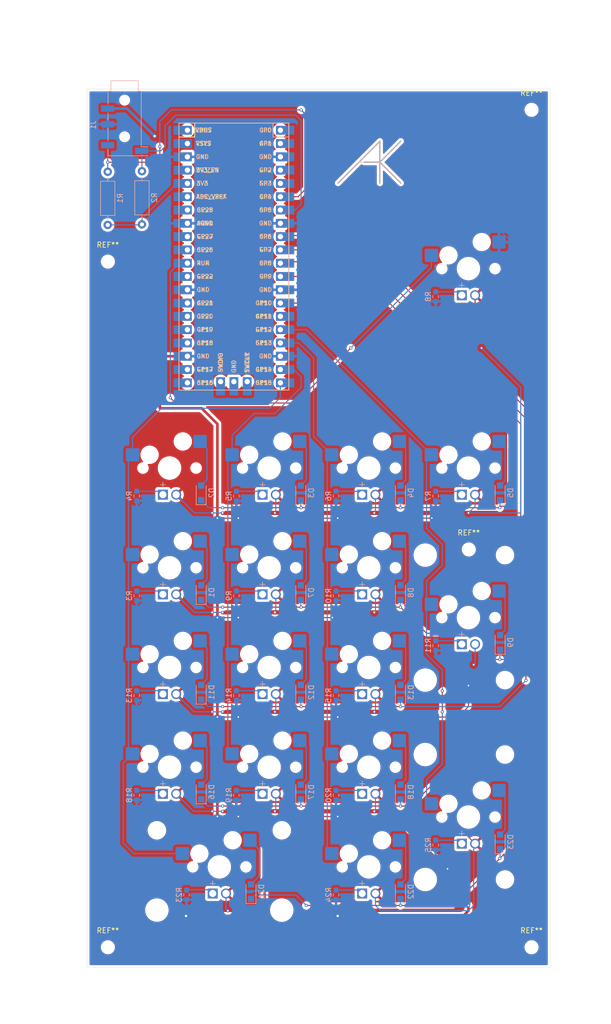
<source format=kicad_pcb>
(kicad_pcb (version 20240108) (generator "pcbnew") (generator_version "8.0")
  (layers (0 "F.Cu" mixed) (31 "B.Cu" mixed) (34 "B.Paste" user) (35 "F.Paste" user) (36 "B.SilkS" user "B.Silkscreen") (37 "F.SilkS" user "F.Silkscreen") (38 "B.Mask" user) (39 "F.Mask" user) (44 "Edge.Cuts" user))
  (net 0 "")
  (net 1 "Net-(D1-A)")
  (net 2 "Row2")
  (net 3 "Row1")
  (net 4 "Net-(LED1-K)")
  (net 5 "Net-(D2-A)")
  (net 6 "Net-(D3-A)")
  (net 7 "Net-(D4-A)")
  (net 8 "Net-(D5-A)")
  (net 9 "Net-(D7-A)")
  (net 11 "Net-(LED6-K)")
  (net 14 "Net-(D8-A)")
  (net 15 "Net-(D9-A)")
  (net 17 "Net-(D11-A)")
  (net 19 "Row3")
  (net 24 "Net-(D12-A)")
  (net 25 "Net-(D13-A)")
  (net 26 "Net-(D16-A)")
  (net 28 "Row4")
  (net 29 "Net-(D17-A)")
  (net 30 "Net-(D18-A)")
  (net 31 "Row5")
  (net 32 "Net-(D21-A)")
  (net 34 "Net-(D22-A)")
  (net 35 "Net-(D23-A)")
  (net 37 "Net-(U1-GPIO5)")
  (net 41 "+5V")
  (net 44 "Net-(LED2-K)")
  (net 45 "Net-(LED3-K)")
  (net 46 "Net-(LED4-K)")
  (net 48 "Net-(LED5-K)")
  (net 50 "Net-(LED7-K)")
  (net 52 "Net-(LED8-K)")
  (net 53 "Net-(LED9-K)")
  (net 54 "Net-(LED11-K)")
  (net 55 "Net-(LED12-K)")
  (net 56 "Net-(LED13-K)")
  (net 57 "Net-(LED16-K)")
  (net 58 "Net-(LED17-K)")
  (net 59 "Net-(LED18-K)")
  (net 60 "Net-(LED21-K)")
  (net 61 "Net-(LED22-K)")
  (net 62 "Net-(LED23-K)")
  (net 63 "Net-(U1-3V3)")
  (net 64 "Net-(U1-GPIO4)")
  (net 65 "GND")
  (net 67 "Net-(U1-RUN)")
  (net 68 "Collumn1")
  (net 69 "Collumn2")
  (net 70 "Collumn3")
  (net 71 "Collumn4")
  (footprint "MX V2 MX Hotswap:MX-Hotswap-1U" (layer "F.Cu") (at 86.8 127.075)
    (property "Reference" "S7")
    (property "Value" "7")
  )
  (footprint "MX V2 MX Hotswap:MX-Hotswap-2U-Vertical" (layer "F.Cu") (at 143.95 136.6)
    (property "Reference" "S10")
    (property "Value" "+")
  )
  (footprint "MX V2 MX Hotswap:MX-Hotswap-1U" (layer "F.Cu") (at 124.9 184.225)
    (property "Reference" "S23")
    (property "Value" ".")
  )
  (footprint "MX V2 MX Hotswap:MX-Hotswap-1U" (layer "F.Cu") (at 124.9 146.125)
    (property "Reference" "S14")
    (property "Value" "6")
  )
  (footprint "MX V2 Misc:MX-LED-PolarityMarked" (layer "F.Cu") (at 86.8 146.125)
    (property "Reference" "LED11")
    (property "Value" "LED")
  )
  (footprint "MX V2 Misc:MX-LED-PolarityMarked" (layer "F.Cu") (at 143.95 69.925)
    (property "Reference" "LED6")
    (property "Value" "LED")
  )
  (footprint "MX V2 Misc:MX-LED-PolarityMarked" (layer "F.Cu") (at 143.95 136.6)
    (property "Reference" "LED9")
    (property "Value" "LED")
  )
  (footprint "MX V2 MX Hotswap:MX-Hotswap-1U" (layer "F.Cu") (at 105.85 108.025)
    (property "Reference" "S3")
    (property "Value" "/")
  )
  (footprint "MX V2 Misc:MX-LED-PolarityMarked" (layer "F.Cu") (at 124.9 108.025)
    (property "Reference" "LED4")
    (property "Value" "LED")
  )
  (footprint "MX V2 MX Hotswap:MX-Hotswap-2U" (layer "F.Cu") (at 96.325 184.225)
    (property "Reference" "S22")
    (property "Value" "0")
  )
  (footprint "MX V2 MX Hotswap:MX-Hotswap-1U" (layer "F.Cu") (at 86.8 108.025)
    (property "Reference" "S2")
    (property "Value" "NUM_LOCK")
  )
  (footprint "MountingHole:MountingHole_2.2mm_M2" (layer "F.Cu") (at 156.015 199.585)
    (property "Reference" "REF**")
    (property "Value" "MountingHole_2.2mm_M2")
  )
  (footprint "MX V2 MX Hotswap:MX-Hotswap-1U" (layer "F.Cu") (at 143.95 108.025)
    (property "Reference" "S5")
    (property "Value" "-")
  )
  (footprint "MX V2 MX Hotswap:MX-Hotswap-1U" (layer "F.Cu") (at 105.85 127.075)
    (property "Reference" "S8")
    (property "Value" "8")
  )
  (footprint "MX V2 MX Hotswap:MX-Hotswap-1U" (layer "F.Cu") (at 143.95 69.925)
    (property "Reference" "S1")
    (property "Value" "RESET")
  )
  (footprint "MX V2 MX Hotswap:MX-Hotswap-1U" (layer "F.Cu") (at 105.85 165.175)
    (property "Reference" "S18")
    (property "Value" "2")
  )
  (footprint "MountingHole:MountingHole_2.2mm_M2" (layer "F.Cu") (at 75.015 68.585)
    (property "Reference" "REF**")
    (property "Value" "MountingHole_2.2mm_M2")
  )
  (footprint "MX V2 Misc:MX-LED-PolarityMarked" (layer "F.Cu") (at 105.85 127.075)
    (property "Reference" "LED7")
    (property "Value" "LED")
  )
  (footprint "MX V2 Misc:MX-LED-PolarityMarked" (layer "F.Cu") (at 105.85 165.175)
    (property "Reference" "LED17")
    (property "Value" "LED")
  )
  (footprint "MX V2 MX Hotswap:MX-Hotswap-1U" (layer "F.Cu") (at 124.9 165.175)
    (property "Reference" "S19")
    (property "Value" "3")
  )
  (footprint "MX V2 Misc:MX-LED-PolarityMarked" (layer "F.Cu") (at 143.95 108.025)
    (property "Reference" "LED5")
    (property "Value" "LED")
  )
  (footprint "MX V2 Misc:MX-LED-PolarityMarked" (layer "F.Cu") (at 105.85 108.025)
    (property "Reference" "LED3")
    (property "Value" "LED")
  )
  (footprint "MX V2 Misc:MX-LED-PolarityMarked" (layer "F.Cu") (at 105.85 146.125)
    (property "Reference" "LED12")
    (property "Value" "LED")
  )
  (footprint "MountingHole:MountingHole_2.2mm_M2" (layer "F.Cu") (at 75.015 199.585)
    (property "Reference" "REF**")
    (property "Value" "MountingHole_2.2mm_M2")
  )
  (footprint "MX V2 Misc:MX-LED-PolarityMarked" (layer "F.Cu") (at 86.8 127.075)
    (property "Reference" "LED1")
    (property "Value" "LED")
  )
  (footprint "MountingHole:MountingHole_2.2mm_M2" (layer "F.Cu") (at 144.015 123.585)
    (property "Reference" "REF**")
    (property "Value" "MountingHole_2.2mm_M2")
  )
  (footprint "MX V2 Misc:MX-LED-PolarityMarked" (layer "F.Cu") (at 124.9 127.075)
    (property "Reference" "LED8")
    (property "Value" "LED")
  )
  (footprint "MX V2 MX Hotswap:MX-Hotswap-2U-Vertical" (layer "F.Cu") (at 143.95 174.7)
    (property "Reference" "S24")
    (property "Value" "ENTER")
  )
  (footprint "MX V2 Misc:MX-LED-PolarityMarked" (layer "F.Cu") (at 86.8 108.025)
    (property "Reference" "LED2")
    (property "Value" "LED")
  )
  (footprint "MX V2 MX Hotswap:MX-Hotswap-1U" (layer "F.Cu") (at 86.8 165.175)
    (property "Reference" "S17")
    (property "Value" "1")
  )
  (footprint "MX V2 Misc:MX-LED-PolarityMarked" (layer "F.Cu") (at 86.8 165.175)
    (property "Reference" "LED16")
    (property "Value" "LED")
  )
  (footprint "MX V2 Misc:MX-LED-PolarityMarked" (layer "F.Cu") (at 124.9 165.175)
    (property "Reference" "LED18")
    (property "Value" "LED")
  )
  (footprint "MX V2 MX Hotswap:MX-Hotswap-1U" (layer "F.Cu") (at 86.8 146.125)
    (property "Reference" "S12")
    (property "Value" "4")
  )
  (footprint "MX V2 Misc:MX-LED-PolarityMarked" (layer "F.Cu") (at 124.9 184.225)
    (property "Reference" "LED22")
    (property "Value" "LED")
  )
  (footprint "MX V2 MX Hotswap:MX-Hotswap-1U" (layer "F.Cu") (at 124.9 127.075)
    (property "Reference" "S9")
    (property "Value" "9")
  )
  (footprint "MX V2 MX Hotswap:MX-Hotswap-1U" (layer "F.Cu") (at 105.85 146.125)
    (property "Reference" "S13")
    (property "Value" "5")
  )
  (footprint "MountingHole:MountingHole_2.2mm_M2" (layer "F.Cu") (at 156.015 39.585)
    (property "Reference" "REF**")
    (property "Value" "MountingHole_2.2mm_M2")
  )
  (footprint "MX V2 MX Hotswap:MX-Hotswap-1U" (layer "F.Cu") (at 124.9 108.025)
    (property "Reference" "S4")
    (property "Value" "*")
  )
  (footprint "MX V2 Misc:MX-LED-PolarityMarked" (layer "F.Cu") (at 143.95 174.7)
    (property "Reference" "LED23")
    (property "Value" "LED")
  )
  (footprint "MX V2 Misc:MX-LED-PolarityMarked" (layer "F.Cu") (at 96.325 184.225)
    (property "Reference" "LED21")
    (property "Value" "LED")
  )
  (footprint "MX V2 Misc:MX-LED-PolarityMarked" (layer "F.Cu") (at 124.9 146.125)
    (property "Reference" "LED13")
    (property "Value" "LED")
  )
  (footprint "Diode_SMD:Nexperia_CFP3_SOD-123W" (layer "B.Cu") (at 111.9 150.865 90)
    (property "Reference" "D12")
    (property "Value" "Diode")
  )
  (footprint "Diode_SMD:Nexperia_CFP3_SOD-123W" (layer "B.Cu") (at 102.375 188.965 90)
    (property "Reference" "D21")
    (property "Value" "Diode")
  )
  (footprint "Resistor_SMD:R_0603_1608Metric_Pad0.98x0.95mm_HandSolder" (layer "B.Cu") (at 80.53 132.425 -90)
    (property "Reference" "R3")
    (property "Value" "R")
  )
  (footprint "Diode_SMD:Nexperia_CFP3_SOD-123W" (layer "B.Cu") (at 92.85 169.915 90)
    (property "Reference" "D16")
    (property "Value" "Diode")
  )
  (footprint "Resistor_THT:R_Axial_DIN0207_L6.3mm_D2.5mm_P10.16mm_Horizontal" (layer "B.Cu") (at 81.525 61.475 90)
    (property "Reference" "R2")
    (property "Value" "R2K")
  )
  (footprint "Diode_SMD:Nexperia_CFP3_SOD-123W" (layer "B.Cu") (at 130.95 112.765 90)
    (property "Reference" "D4")
    (property "Value" "Diode")
  )
  (footprint "Resistor_SMD:R_0603_1608Metric_Pad0.98x0.95mm_HandSolder" (layer "B.Cu") (at 80.53 170.525 -90)
    (property "Reference" "R18")
    (property "Value" "R")
  )
  (footprint "Diode_SMD:Nexperia_CFP3_SOD-123W" (layer "B.Cu") (at 92.85 131.815 90)
    (property "Reference" "D1")
    (property "Value" "Diode")
  )
  (footprint "Resistor_SMD:R_0603_1608Metric_Pad0.98x0.95mm_HandSolder" (layer "B.Cu") (at 137.68 141.95 -90)
    (property "Reference" "R11")
    (property "Value" "R")
  )
  (footprint "Resistor_SMD:R_0603_1608Metric_Pad0.98x0.95mm_HandSolder" (layer "B.Cu") (at 118.63 113.375 -90)
    (property "Reference" "R6")
    (property "Value" "R")
  )
  (footprint "Diode_SMD:Nexperia_CFP3_SOD-123W" (layer "B.Cu") (at 150 141.34 90)
    (property "Reference" "D9")
    (property "Value" "Diode")
  )
  (footprint "Diode_SMD:Nexperia_CFP3_SOD-123W" (layer "B.Cu") (at 92.85 150.865 90)
    (property "Reference" "D11")
    (property "Value" "Diode")
  )
  (footprint "Diode_SMD:Nexperia_CFP3_SOD-123W" (layer "B.Cu") (at 111.9 131.815 90)
    (property "Reference" "D7")
    (property "Value" "Diode")
  )
  (footprint "Resistor_SMD:R_0603_1608Metric_Pad0.98x0.95mm_HandSolder" (layer "B.Cu") (at 99.58 170.525 -90)
    (property "Reference" "R19")
    (property "Value" "R")
  )
  (footprint "Resistor_SMD:R_0603_1608Metric_Pad0.98x0.95mm_HandSolder" (layer "B.Cu") (at 99.58 132.425 -90)
    (property "Reference" "R9")
    (property "Value" "R")
  )
  (footprint "Resistor_SMD:R_0603_1608Metric_Pad0.98x0.95mm_HandSolder" (layer "B.Cu") (at 90.055 189.575 -90)
    (property "Reference" "R23")
    (property "Value" "R")
  )
  (footprint "Diode_SMD:Nexperia_CFP3_SOD-123W" (layer "B.Cu") (at 92.85 112.765 90)
    (property "Reference" "D2")
    (property "Value" "Diode")
  )
  (footprint "Resistor_SMD:R_0603_1608Metric_Pad0.98x0.95mm_HandSolder" (layer "B.Cu") (at 118.63 189.575 -90)
    (property "Reference" "R24")
    (property "Value" "R")
  )
  (footprint "Diode_SMD:Nexperia_CFP3_SOD-123W" (layer "B.Cu") (at 130.95 169.915 90)
    (property "Reference" "D18")
    (property "Value" "Diode")
  )
  (footprint "Resistor_SMD:R_0603_1608Metric_Pad0.98x0.95mm_HandSolder" (layer "B.Cu") (at 118.63 170.525 -90)
    (property "Reference" "R20")
    (property "Value" "R")
  )
  (footprint "Diode_SMD:Nexperia_CFP3_SOD-123W" (layer "B.Cu") (at 150 179.44 90)
    (property "Reference" "D23")
    (property "Value" "Diode")
  )
  (footprint "Resistor_SMD:R_0603_1608Metric_Pad0.98x0.95mm_HandSolder" (layer "B.Cu") (at 118.63 132.425 -90)
    (property "Reference" "R10")
    (property "Value" "R")
  )
  (footprint "ScottoKeebs_MCU:Raspberry_Pi_Pico" (layer "B.Cu") (at 99.105 67.615 180)
    (property "Reference" "U1" (hide yes))
    (property "Value" "Raspberry_Pi_Pico" (hide yes))
  )
  (footprint "Diode_SMD:Nexperia_CFP3_SOD-123W" (layer "B.Cu") (at 130.95 188.965 90)
    (property "Reference" "D22")
    (property "Value" "Diode")
  )
  (footprint "Diode_SMD:Nexperia_CFP3_SOD-123W" (layer "B.Cu") (at 111.9 169.915 90)
    (property "Reference" "D17")
    (property "Value" "Diode")
  )
  (footprint "Diode_SMD:Nexperia_CFP3_SOD-123W" (layer "B.Cu") (at 130.95 131.815 90)
    (property "Reference" "D8")
    (property "Value" "Diode")
  )
  (footprint "Resistor_SMD:R_0603_1608Metric_Pad0.98x0.95mm_HandSolder" (layer "B.Cu") (at 137.68 180.05 -90)
    (property "Reference" "R25")
    (property "Value" "R")
  )
  (footprint "Resistor_SMD:R_0603_1608Metric_Pad0.98x0.95mm_HandSolder" (layer "B.Cu") (at 137.68 113.375 -90)
    (property "Reference" "R7")
    (property "Value" "R")
  )
  (footprint "Resistor_SMD:R_0603_1608Metric_Pad0.98x0.95mm_HandSolder" (layer "B.Cu") (at 80.53 151.475 -90)
    (property "Reference" "R13")
    (property "Value" "R")
  )
  (footprint "Diode_SMD:Nexperia_CFP3_SOD-123W" (layer "B.Cu") (at 111.9 112.765 90)
    (property "Reference" "D3")
    (property "Value" "Diode")
  )
  (footprint "Diode_SMD:Nexperia_CFP3_SOD-123W" (layer "B.Cu") (at 150 112.765 90)
    (property "Reference" "D5")
    (property "Value" "Diode")
  )
  (footprint "Diode_SMD:Nexperia_CFP3_SOD-123W" (layer "B.Cu") (at 130.95 150.865 90)
    (property "Reference" "D13")
    (property "Value" "Diode")
  )
  (footprint "Resistor_SMD:R_0603_1608Metric_Pad0.98x0.95mm_HandSolder" (layer "B.Cu") (at 80.53 113.375 -90)
    (property "Reference" "R4")
    (property "Value" "R")
  )
  (footprint "Resistor_SMD:R_0603_1608Metric_Pad0.98x0.95mm_HandSolder" (layer "B.Cu") (at 137.68 75.275 -90)
    (property "Reference" "R8")
    (property "Value" "R")
  )
  (footprint "Resistor_SMD:R_0603_1608Metric_Pad0.98x0.95mm_HandSolder" (layer "B.Cu") (at 99.58 113.375 -90)
    (property "Reference" "R5")
    (property "Value" "R")
  )
  (footprint "Connector_Audio:Jack_3.5mm_KoreanHropartsElec_PJ-320D-4A_Horizontal" (layer "B.Cu") (at 78.215 42.485 -90)
    (property "Reference" "J1")
    (property "Value" "AudioJack3_Ground")
  )
  (footprint "Resistor_SMD:R_0603_1608Metric_Pad0.98x0.95mm_HandSolder" (layer "B.Cu") (at 99.58 151.475 -90)
    (property "Reference" "R14")
    (property "Value" "R")
  )
  (footprint "Resistor_SMD:R_0603_1608Metric_Pad0.98x0.95mm_HandSolder" (layer "B.Cu") (at 118.63 151.475 -90)
    (property "Reference" "R15")
    (property "Value" "R")
  )
  (footprint "Resistor_THT:R_Axial_DIN0207_L6.3mm_D2.5mm_P10.16mm_Horizontal" (layer "B.Cu") (at 74.985 61.575 90)
    (property "Reference" "R1")
    (property "Value" "R2K")
  )
  (gr_line (start 119.015 53.585) (end 127.015 45.585) (stroke (width 0.1)) (layer "B.SilkS"))
  (gr_line (start 123.015 49.585) (end 127.015 49.585) (stroke (width 0.1)) (layer "B.SilkS"))
  (gr_line (start 131.015 53.585) (end 127.015 49.585) (stroke (width 0.1)) (layer "B.SilkS"))
  (gr_line (start 127.015 45.585) (end 127.015 53.585) (stroke (width 0.1)) (layer "B.SilkS"))
  (gr_line (start 131.015 45.585) (end 127.015 49.585) (stroke (width 0.1)) (layer "B.SilkS"))
  (gr_line (start 131.015 45.585) (end 127.015 49.585) (stroke (width 0.1)) (layer "F.SilkS"))
  (gr_line (start 127.015 49.585) (end 123.015 49.585) (stroke (width 0.1)) (layer "F.SilkS"))
  (gr_line (start 131.015 53.585) (end 127.015 49.585) (stroke (width 0.1)) (layer "F.SilkS"))
  (gr_line (start 119.015 53.585) (end 127.015 45.585) (stroke (width 0.1)) (layer "F.SilkS"))
  (gr_line (start 127.015 45.585) (end 127.015 53.585) (stroke (width 0.1)) (layer "F.SilkS"))
  (gr_rect (start 71.015 35.585) (end 159.615 203.485) (stroke (width 0.05)) (fill none) (layer "Edge.Cuts"))
  (segment (start 127.015 45.585) (end 119.015 53.585) (width 0.2) (layer "F.Cu") (net 0))
  (segment (start 127.015 46.585) (end 127.015 45.585) (width 0.2) (layer "F.Cu") (net 0))
  (segment (start 127.015 49.585) (end 124.015 49.585) (width 0.2) (layer "F.Cu") (net 0))
  (segment (start 127.015 50.585) (end 127.015 49.585) (width 0.2) (layer "F.Cu") (net 0))
  (segment (start 127.015 49.585) (end 127.015 47.585) (width 0.2) (layer "F.Cu") (net 0))
  (segment (start 127.015 53.585) (end 127.015 50.585) (width 0.2) (layer "F.Cu") (net 0))
  (segment (start 127.015 49.585) (end 131.015 45.585) (width 0.2) (layer "F.Cu") (net 0))
  (segment (start 127.015 47.585) (end 127.015 46.585) (width 0.2) (layer "F.Cu") (net 0))
  (segment (start 127.015 49.585) (end 131.015 53.585) (width 0.2) (layer "F.Cu") (net 0))
  (segment (start 119.015 53.585) (end 127.015 45.585) (width 0.2) (layer "B.Cu") (net 0))
  (segment (start 130.015 46.585) (end 131.015 45.585) (width 0.2) (layer "B.Cu") (net 0))
  (segment (start 127.015 49.585) (end 130.015 46.585) (width 0.2) (layer "B.Cu") (net 0))
  (segment (start 127.015 49.585) (end 124.015 49.585) (width 0.2) (layer "B.Cu") (net 0))
  (segment (start 127.015 49.585) (end 131.015 53.585) (width 0.2) (layer "B.Cu") (net 0))
  (segment (start 127.015 45.585) (end 127.015 53.585) (width 0.2) (layer "B.Cu") (net 0))
  (segment (start 92.85 130.415) (end 93.95 129.315) (width 0.2) (layer "B.Cu") (net 1))
  (segment (start 93.95 129.315) (end 93.95 123.303) (width 0.2) (layer "B.Cu") (net 1))
  (segment (start 93.95 123.303) (end 92.642 121.995) (width 0.2) (layer "B.Cu") (net 1))
  (segment (start 130.95 134.6) (end 135.95 139.6) (width 0.2) (layer "F.Cu") (net 2))
  (segment (start 111.95 134.6) (end 130.95 134.6) (width 0.2) (layer "F.Cu") (net 2))
  (segment (start 96.95 134.6) (end 111.95 134.6) (width 0.2) (layer "F.Cu") (net 2))
  (segment (start 149.95 144.6) (end 150.95 144.6) (width 0.2) (layer "F.Cu") (net 2))
  (segment (start 125.775 71.425) (end 107.995 71.425) (width 0.2) (layer "F.Cu") (net 2))
  (segment (start 153.95 99.6) (end 125.775 71.425) (width 0.2) (layer "F.Cu") (net 2))
  (segment (start 147.95 144.6) (end 149.95 144.6) (width 0.2) (layer "F.Cu") (net 2))
  (segment (start 135.95 139.6) (end 145.95 139.6) (width 0.2) (layer "F.Cu") (net 2))
  (segment (start 153.95 141.6) (end 153.95 99.6) (width 0.2) (layer "F.Cu") (net 2))
  (segment (start 145.95 139.6) (end 146.95 140.6) (width 0.2) (layer "F.Cu") (net 2))
  (segment (start 146.95 143.6) (end 147.95 144.6) (width 0.2) (layer "F.Cu") (net 2))
  (segment (start 146.95 140.6) (end 146.95 143.6) (width 0.2) (layer "F.Cu") (net 2))
  (segment (start 150.95 144.6) (end 153.95 141.6) (width 0.2) (layer "F.Cu") (net 2))
  (via (at 111.95 134.6) (size 0.6) (drill 0.3) (layers "F.Cu" "B.Cu") (net 2))
  (via (at 130.95 134.6) (size 0.6) (drill 0.3) (layers "F.Cu" "B.Cu") (net 2))
  (via (at 96.95 134.6) (size 0.6) (drill 0.3) (layers "F.Cu" "B.Cu") (net 2))
  (via (at 149.95 144.6) (size 0.6) (drill 0.3) (layers "F.Cu" "B.Cu") (net 2))
  (segment (start 111.9 134.55) (end 111.95 134.6) (width 0.2) (layer "B.Cu") (net 2))
  (segment (start 150 142.74) (end 150 142.65) (width 0.2) (layer "B.Cu") (net 2))
  (segment (start 94.235 134.6) (end 92.85 133.215) (width 0.2) (layer "B.Cu") (net 2))
  (segment (start 111.9 133.215) (end 111.9 134.55) (width 0.2) (layer "B.Cu") (net 2))
  (segment (start 96.95 134.6) (end 94.235 134.6) (width 0.2) (layer "B.Cu") (net 2))
  (segment (start 130.95 133.215) (end 130.95 134.6) (width 0.2) (layer "B.Cu") (net 2))
  (segment (start 149.95 142.6) (end 149.95 144.6) (width 0.2) (layer "B.Cu") (net 2))
  (segment (start 150 142.65) (end 149.95 142.6) (width 0.2) (layer "B.Cu") (net 2))
  (segment (start 130.95 115.6) (end 149.95 115.6) (width 0.2) (layer "F.Cu") (net 3))
  (segment (start 96.95 115.6) (end 111.95 115.6) (width 0.2) (layer "F.Cu") (net 3))
  (segment (start 151.95 114.6) (end 151.95 99.6) (width 0.2) (layer "F.Cu") (net 3))
  (segment (start 151.95 99.6) (end 128.855 76.505) (width 0.2) (layer "F.Cu") (net 3))
  (segment (start 151.2309 115.3191) (end 151.95 114.6) (width 0.2) (layer "F.Cu") (net 3))
  (segment (start 111.95 115.6) (end 130.95 115.6) (width 0.2) (layer "F.Cu") (net 3))
  (segment (start 128.855 76.505) (end 107.995 76.505) (width 0.2) (layer "F.Cu") (net 3))
  (segment (start 150.2309 115.3191) (end 151.2309 115.3191) (width 0.2) (layer "F.Cu") (net 3))
  (segment (start 149.95 115.6) (end 150.2309 115.3191) (width 0.2) (layer "F.Cu") (net 3))
  (via (at 96.95 115.6) (size 0.6) (drill 0.3) (layers "F.Cu" "B.Cu") (net 3))
  (via (at 149.95 115.6) (size 0.6) (drill 0.3) (layers "F.Cu" "B.Cu") (net 3))
  (via (at 130.95 115.6) (size 0.6) (drill 0.3) (layers "F.Cu" "B.Cu") (net 3))
  (via (at 111.95 115.6) (size 0.6) (drill 0.3) (layers "F.Cu" "B.Cu") (net 3))
  (segment (start 150 115.55) (end 149.95 115.6) (width 0.2) (layer "B.Cu") (net 3))
  (segment (start 94.285 115.6) (end 92.85 114.165) (width 0.2) (layer "B.Cu") (net 3))
  (segment (start 150 114.165) (end 150 115.55) (width 0.2) (layer "B.Cu") (net 3))
  (segment (start 96.95 115.6) (end 94.285 115.6) (width 0.2) (layer "B.Cu") (net 3))
  (segment (start 111.9 114.165) (end 111.9 115.55) (width 0.2) (layer "B.Cu") (net 3))
  (segment (start 130.95 114.165) (end 130.95 115.6) (width 0.2) (layer "B.Cu") (net 3))
  (segment (start 111.9 115.55) (end 111.95 115.6) (width 0.2) (layer "B.Cu") (net 3))
  (segment (start 84.8875 131.5125) (end 85.53 132.155) (width 0.2) (layer "B.Cu") (net 4))
  (segment (start 80.53 131.5125) (end 84.8875 131.5125) (width 0.2) (layer "B.Cu") (net 4))
  (segment (start 93.95 104.253) (end 92.642 102.945) (width 0.2) (layer "B.Cu") (net 5))
  (segment (start 92.85 111.365) (end 93.95 110.265) (width 0.2) (layer "B.Cu") (net 5))
  (segment (start 93.95 110.265) (end 93.95 104.253) (width 0.2) (layer "B.Cu") (net 5))
  (segment (start 111.9 111.365) (end 112.95 110.315) (width 0.2) (layer "B.Cu") (net 6))
  (segment (start 112.95 110.315) (end 112.95 104.203) (width 0.2) (layer "B.Cu") (net 6))
  (segment (start 112.95 104.203) (end 111.692 102.945) (width 0.2) (layer "B.Cu") (net 6))
  (segment (start 131.95 110.365) (end 131.95 104.153) (width 0.2) (layer "B.Cu") (net 7))
  (segment (start 131.95 104.153) (end 130.742 102.945) (width 0.2) (layer "B.Cu") (net 7))
  (segment (start 130.95 111.365) (end 131.95 110.365) (width 0.2) (layer "B.Cu") (net 7))
  (segment (start 150.95 104.103) (end 149.792 102.945) (width 0.2) (layer "B.Cu") (net 8))
  (segment (start 150 111.365) (end 150.95 110.415) (width 0.2) (layer "B.Cu") (net 8))
  (segment (start 150.95 110.415) (end 150.95 104.103) (width 0.2) (layer "B.Cu") (net 8))
  (segment (start 112.95 123.253) (end 111.692 121.995) (width 0.2) (layer "B.Cu") (net 9))
  (segment (start 111.9 130.415) (end 112.95 129.365) (width 0.2) (layer "B.Cu") (net 9))
  (segment (start 112.95 129.365) (end 112.95 123.253) (width 0.2) (layer "B.Cu") (net 9))
  (segment (start 142.0375 74.3625) (end 142.68 75.005) (width 0.2) (layer "B.Cu") (net 11))
  (segment (start 137.68 74.3625) (end 142.0375 74.3625) (width 0.2) (layer "B.Cu") (net 11))
  (segment (start 131.95 129.415) (end 131.95 123.203) (width 0.2) (layer "B.Cu") (net 14))
  (segment (start 131.95 123.203) (end 130.742 121.995) (width 0.2) (layer "B.Cu") (net 14))
  (segment (start 130.95 130.415) (end 131.95 129.415) (width 0.2) (layer "B.Cu") (net 14))
  (segment (start 150.95 138.99) (end 150.95 132.678) (width 0.2) (layer "B.Cu") (net 15))
  (segment (start 150.95 132.678) (end 149.792 131.52) (width 0.2) (layer "B.Cu") (net 15))
  (segment (start 150 139.94) (end 150.95 138.99) (width 0.2) (layer "B.Cu") (net 15))
  (segment (start 92.85 149.465) (end 93.95 148.365) (width 0.2) (layer "B.Cu") (net 17))
  (segment (start 93.95 148.365) (end 93.95 142.353) (width 0.2) (layer "B.Cu") (net 17))
  (segment (start 93.95 142.353) (end 92.642 141.045) (width 0.2) (layer "B.Cu") (net 17))
  (segment (start 124.95 68.6) (end 108.28 68.6) (width 0.2) (layer "F.Cu") (net 19))
  (segment (start 154.95 98.6) (end 124.95 68.6) (width 0.2) (layer "F.Cu") (net 19))
  (segment (start 96.95 153.6) (end 111.95 153.6) (width 0.2) (layer "F.Cu") (net 19))
  (segment (start 154.95 148.6) (end 154.95 98.6) (width 0.2) (layer "F.Cu") (net 19))
  (segment (start 111.95 153.6) (end 130.95 153.6) (width 0.2) (layer "F.Cu") (net 19))
  (segment (start 108.28 68.6) (end 107.995 68.885) (width 0.2) (layer "F.Cu") (net 19))
  (via (at 96.95 153.6) (size 0.6) (drill 0.3) (layers "F.Cu" "B.Cu") (net 19))
  (via (at 130.95 153.6) (size 0.6) (drill 0.3) (layers "F.Cu" "B.Cu") (net 19))
  (via (at 154.95 148.6) (size 0.6) (drill 0.3) (layers "F.Cu" "B.Cu") (net 19))
  (via (at 111.95 153.6) (size 0.6) (drill 0.3) (layers "F.Cu" "B.Cu") (net 19))
  (segment (start 149.95 153.6) (end 154.95 148.6) (width 0.2) (layer "B.Cu") (net 19))
  (segment (start 130.95 152.265) (end 130.95 153.6) (width 0.2) (layer "B.Cu") (net 19))
  (segment (start 130.95 153.6) (end 149.95 153.6) (width 0.2) (layer "B.Cu") (net 19))
  (segment (start 111.9 152.265) (end 111.9 153.55) (width 0.2) (layer "B.Cu") (net 19))
  (segment (start 96.95 153.6) (end 94.185 153.6) (width 0.2) (layer "B.Cu") (net 19))
  (segment (start 111.9 153.55) (end 111.95 153.6) (width 0.2) (layer "B.Cu") (net 19))
  (segment (start 94.185 153.6) (end 92.85 152.265) (width 0.2) (layer "B.Cu") (net 19))
  (segment (start 112.95 148.415) (end 112.95 142.303) (width 0.2) (layer "B.Cu") (net 24))
  (segment (start 111.9 149.465) (end 112.95 148.415) (width 0.2) (layer "B.Cu") (net 24))
  (segment (start 112.95 142.303) (end 111.692 141.045) (width 0.2) (layer "B.Cu") (net 24))
  (segment (start 130.95 149.465) (end 131.95 148.465) (width 0.2) (layer "B.Cu") (net 25))
  (segment (start 131.95 148.465) (end 131.95 142.253) (width 0.2) (layer "B.Cu") (net 25))
  (segment (start 131.95 142.253) (end 130.742 141.045) (width 0.2) (layer "B.Cu") (net 25))
  (segment (start 92.85 168.515) (end 93.95 167.415) (width 0.2) (layer "B.Cu") (net 26))
  (segment (start 93.95 161.403) (end 92.642 160.095) (width 0.2) (layer "B.Cu") (net 26))
  (segment (start 93.95 167.415) (end 93.95 161.403) (width 0.2) (layer "B.Cu") (net 26))
  (segment (start 155.95 149.6) (end 155.95 97.6) (width 0.2) (layer "F.Cu") (net 28))
  (segment (start 96.95 172.6) (end 111.95 172.6) (width 0.2) (layer "F.Cu") (net 28))
  (segment (start 132.95 172.6) (end 155.95 149.6) (width 0.2) (layer "F.Cu") (net 28))
  (segment (start 130.95 172.6) (end 132.95 172.6) (width 0.2) (layer "F.Cu") (net 28))
  (segment (start 124.695 66.345) (end 107.995 66.345) (width 0.2) (layer "F.Cu") (net 28))
  (segment (start 155.95 97.6) (end 124.695 66.345) (width 0.2) (layer "F.Cu") (net 28))
  (segment (start 111.95 172.6) (end 130.95 172.6) (width 0.2) (layer "F.Cu") (net 28))
  (via (at 96.95 172.6) (size 0.6) (drill 0.3) (layers "F.Cu" "B.Cu") (net 28))
  (via (at 111.95 172.6) (size 0.6) (drill 0.3) (layers "F.Cu" "B.Cu") (net 28))
  (via (at 130.95 172.6) (size 0.6) (drill 0.3) (layers "F.Cu" "B.Cu") (net 28))
  (segment (start 111.9 171.315) (end 111.9 172.55) (width 0.2) (layer "B.Cu") (net 28))
  (segment (start 130.95 171.315) (end 130.95 172.6) (width 0.2) (layer "B.Cu") (net 28))
  (segment (start 111.9 172.55) (end 111.95 172.6) (width 0.2) (layer "B.Cu") (net 28))
  (segment (start 94.135 172.6) (end 92.85 171.315) (width 0.2) (layer "B.Cu") (net 28))
  (segment (start 96.95 172.6) (end 94.135 172.6) (width 0.2) (layer "B.Cu") (net 28))
  (segment (start 111.9 168.515) (end 112.95 167.465) (width 0.2) (layer "B.Cu") (net 29))
  (segment (start 112.95 167.465) (end 112.95 161.353) (width 0.2) (layer "B.Cu") (net 29))
  (segment (start 112.95 161.353) (end 111.692 160.095) (width 0.2) (layer "B.Cu") (net 29))
  (segment (start 130.95 168.515) (end 131.95 167.515) (width 0.2) (layer "B.Cu") (net 30))
  (segment (start 131.95 161.303) (end 130.742 160.095) (width 0.2) (layer "B.Cu") (net 30))
  (segment (start 131.95 167.515) (end 131.95 161.303) (width 0.2) (layer "B.Cu") (net 30))
  (segment (start 156.95 64.6) (end 151.95 59.6) (width 0.2) (layer "F.Cu") (net 31))
  (segment (start 151.95 59.6) (end 119.95 59.6) (width 0.2) (layer "F.Cu") (net 31))
  (segment (start 149.95 182.6) (end 156.95 175.6) (width 0.2) (layer "F.Cu") (net 31))
  (segment (start 140.95 191.6) (end 130.95 191.6) (width 0.2) (layer "F.Cu") (net 31))
  (segment (start 156.95 175.6) (end 156.95 64.6) (width 0.2) (layer "F.Cu") (net 31))
  (segment (start 108.2 63.6) (end 107.995 63.805) (width 0.2) (layer "F.Cu") (net 31))
  (segment (start 149.95 182.6) (end 140.95 191.6) (width 0.2) (layer "F.Cu") (net 31))
  (segment (start 112.95 191.6) (end 130.95 191.6) (width 0.2) (layer "F.Cu") (net 31))
  (segment (start 115.95 63.6) (end 108.2 63.6) (width 0.2) (layer "F.Cu") (net 31))
  (segment (start 119.95 59.6) (end 115.95 63.6) (width 0.2) (layer "F.Cu") (net 31))
  (via (at 149.95 182.6) (size 0.6) (drill 0.3) (layers "F.Cu" "B.Cu") (net 31))
  (via (at 130.95 191.6) (size 0.6) (drill 0.3) (layers "F.Cu" "B.Cu") (net 31))
  (via (at 112.95 191.6) (size 0.6) (drill 0.3) (layers "F.Cu" "B.Cu") (net 31))
  (segment (start 103.14 189.6) (end 102.375 190.365) (width 0.2) (layer "B.Cu") (net 31))
  (segment (start 150 182.55) (end 149.95 182.6) (width 0.2) (layer "B.Cu") (net 31))
  (segment (start 150 180.84) (end 150 182.55) (width 0.2) (layer "B.Cu") (net 31))
  (segment (start 112.95 191.6) (end 110.95 189.6) (width 0.2) (layer "B.Cu") (net 31))
  (segment (start 110.95 189.6) (end 103.14 189.6) (width 0.2) (layer "B.Cu") (net 31))
  (segment (start 130.95 190.365) (end 130.95 191.6) (width 0.2) (layer "B.Cu") (net 31))
  (segment (start 102.375 187.565) (end 103.95 185.99) (width 0.2) (layer "B.Cu") (net 32))
  (segment (start 103.95 180.928) (end 102.167 179.145) (width 0.2) (layer "B.Cu") (net 32))
  (segment (start 103.95 185.99) (end 103.95 180.928) (width 0.2) (layer "B.Cu") (net 32))
  (segment (start 131.95 186.565) (end 131.95 180.353) (width 0.2) (layer "B.Cu") (net 34))
  (segment (start 130.95 187.565) (end 131.95 186.565) (width 0.2) (layer "B.Cu") (net 34))
  (segment (start 131.95 180.353) (end 130.742 179.145) (width 0.2) (layer "B.Cu") (net 34))
  (segment (start 150.95 177.09) (end 150.95 170.778) (width 0.2) (layer "B.Cu") (net 35))
  (segment (start 150.95 170.778) (end 149.792 169.62) (width 0.2) (layer "B.Cu") (net 35))
  (segment (start 150 178.04) (end 150.95 177.09) (width 0.2) (layer "B.Cu") (net 35))
  (segment (start 81.525 47.495) (end 81.465 47.435) (width 0.2) (layer "B.Cu") (net 37))
  (segment (start 110.95 40.6) (end 111.95 41.6) (width 0.2) (layer "B.Cu") (net 37))
  (segment (start 81.465 47.435) (end 85.115 47.435) (width 0.2) (layer "B.Cu") (net 37))
  (segment (start 85.115 47.435) (end 85.95 46.6) (width 0.2) (layer "B.Cu") (net 37))
  (segment (start 85.95 42.625) (end 87.975 40.6) (width 0.2) (layer "B.Cu") (net 37))
  (segment (start 81.525 51.315) (end 81.525 47.495) (width 0.2) (layer "B.Cu") (net 37))
  (segment (start 85.95 46.6) (end 85.95 42.625) (width 0.2) (layer "B.Cu") (net 37))
  (segment (start 110.825 58.725) (end 107.995 58.725) (width 0.2) (layer "B.Cu") (net 37))
  (segment (start 111.95 57.6) (end 110.825 58.725) (width 0.2) (layer "B.Cu") (net 37))
  (segment (start 87.975 40.6) (end 110.95 40.6) (width 0.2) (layer "B.Cu") (net 37))
  (segment (start 111.95 41.6) (end 111.95 57.6) (width 0.2) (layer "B.Cu") (net 37))
  (segment (start 85.95 84.6) (end 82.95 87.6) (width 0.2) (layer "F.Cu") (net 41))
  (segment (start 96.95 135.6) (end 106.95 135.6) (width 0.2) (layer "F.Cu") (net 41))
  (segment (start 82.95 87.6) (end 82.95 97.6) (width 0.2) (layer "F.Cu") (net 41))
  (segment (start 86.95 178.6) (end 86.95 190.6) (width 0.2) (layer "F.Cu") (net 41))
  (segment (start 82.95 97.6) (end 83.95 98.6) (width 0.2) (layer "F.Cu") (net 41))
  (segment (start 106.95 135.6) (end 125.95 135.6) (width 0.2) (layer "F.Cu") (net 41))
  (segment (start 125.95 173.6) (end 133.95 173.6) (width 0.2) (layer "F.Cu") (net 41))
  (segment (start 96.95 116.6) (end 106.95 116.6) (width 0.2) (layer "F.Cu") (net 41))
  (segment (start 106.95 116.6) (end 125.95 116.6) (width 0.2) (layer "F.Cu") (net 41))
  (segment (start 83.95 98.6) (end 92.95 98.6) (width 0.2) (layer "F.Cu") (net 41))
  (segment (start 125.95 116.6) (end 143.95 116.6) (width 0.2) (layer "F.Cu") (net 41))
  (segment (start 143.04 177.6) (end 145.22 179.78) (width 0.2) (layer "F.Cu") (net 41))
  (segment (start 125.95 154.6) (end 133.95 154.6) (width 0.2) (layer "F.Cu") (net 41))
  (segment (start 94.95 100.6) (end 94.95 174.6) (width 0.2) (layer "F.Cu") (net 41))
  (segment (start 92.95 98.6) (end 94.95 100.6) (width 0.2) (layer "F.Cu") (net 41))
  (segment (start 106.95 173.6) (end 125.95 173.6) (width 0.2) (layer "F.Cu") (net 41))
  (segment (start 86.95 46.025) (end 86.95 46.8125) (width 0.2) (layer "F.Cu") (net 41))
  (segment (start 86.525 45.6) (end 86.95 46.025) (width 0.2) (layer "F.Cu") (net 41))
  (segment (start 137.95 177.6) (end 143.04 177.6) (width 0.2) (layer "F.Cu") (net 41))
  (segment (start 88.95 192.6) (end 97.95 192.6) (width 0.2) (layer "F.Cu") (net 41))
  (segment (start 89.95 175.6) (end 86.95 178.6) (width 0.2) (layer "F.Cu") (net 41))
  (segment (start 145.22 83.87) (end 145.22 75.005) (width 0.2) (layer "F.Cu") (net 41))
  (segment (start 96.95 173.6) (end 106.95 173.6) (width 0.2) (layer "F.Cu") (net 41))
  (segment (start 86.95 46.8125) (end 85.95 47.8125) (width 0.2) (layer "F.Cu") (net 41))
  (segment (start 142.95 145.6) (end 144.95 145.6) (width 0.2) (layer "F.Cu") (net 41))
  (segment (start 146.45 85.1) (end 145.22 83.87) (width 0.2) (layer "F.Cu") (net 41))
  (segment (start 133.95 154.6) (end 142.95 145.6) (width 0.2) (layer "F.Cu") (net 41))
  (segment (start 84.95 45.6) (end 86.525 45.6) (width 0.2) (layer "F.Cu") (net 41))
  (segment (start 86.95 190.6) (end 88.95 192.6) (width 0.2) (layer "F.Cu") (net 41))
  (segment (start 85.95 47.8125) (end 85.95 84.6) (width 0.2) (layer "F.Cu") (net 41))
  (segment (start 133.95 173.6) (end 137.95 177.6) (width 0.2) (layer "F.Cu") (net 41))
  (segment (start 106.95 154.6) (end 125.95 154.6) (width 0.2) (layer "F.Cu") (net 41))
  (segment (start 94.95 174.6) (end 93.95 175.6) (width 0.2) (layer "F.Cu") (net 41))
  (segment (start 83.95 44.6) (end 84.95 45.6) (width 0.2) (layer "F.Cu") (net 41))
  (segment (start 96.95 154.6) (end 106.95 154.6) (width 0.2) (layer "F.Cu") (net 41))
  (segment (start 86.95 46.025) (end 90.215 46.025) (width 0.2) (layer "F.Cu") (net 41))
  (segment (start 93.95 175.6) (end 89.95 175.6) (width 0.2) (layer "F.Cu") (net 41))
  (via (at 96.95 154.6) (size 0.6) (drill 0.3) (layers "F.Cu" "B.Cu") (net 41))
  (via (at 143.95 116.6) (size 0.6) (drill 0.3) (layers "F.Cu" "B.Cu") (net 41))
  (via (at 106.95 173.6) (size 0.6) (drill 0.3) (layers "F.Cu" "B.Cu") (net 41))
  (via (at 96.95 135.6) (size 0.6) (drill 0.3) (layers "F.Cu" "B.Cu") (net 41))
  (via (at 146.45 85.1) (size 0.6) (drill 0.3) (layers "F.Cu" "B.Cu") (net 41))
  (via (at 106.95 135.6) (size 0.6) (drill 0.3) (layers "F.Cu" "B.Cu") (net 41))
  (via (at 94.95 116.6) (size 0.6) (drill 0.3) (layers "F.Cu" "B.Cu") (net 41))
  (via (at 94.95 173.6) (size 0.6) (drill 0.3) (layers "F.Cu" "B.Cu") (net 41))
  (via (at 94.95 135.6) (size 0.6) (drill 0.3) (layers "F.Cu" "B.Cu") (net 41))
  (via (at 83.95 44.6) (size 0.9) (drill 0.45) (layers "F.Cu" "B.Cu") (net 41))
  (via (at 125.95 116.6) (size 0.6) (drill 0.3) (layers "F.Cu" "B.Cu") (net 41))
  (via (at 106.95 154.6) (size 0.6) (drill 0.3) (layers "F.Cu" "B.Cu") (net 41))
  (via (at 97.95 192.6) (size 0.6) (drill 0.3) (layers "F.Cu" "B.Cu") (net 41))
  (via (at 106.95 116.6) (size 0.6) (drill 0.3) (layers "F.Cu" "B.Cu") (net 41))
  (via (at 96.95 173.6) (size 0.6) (drill 0.3) (layers "F.Cu" "B.Cu") (net 41))
  (via (at 94.95 154.6) (size 0.6) (drill 0.3) (layers "F.Cu" "B.Cu") (net 41))
  (via (at 125.95 173.6) (size 0.6) (drill 0.3) (layers "F.Cu" "B.Cu") (net 41))
  (via (at 144.95 145.6) (size 0.6) (drill 0.3) (layers "F.Cu" "B.Cu") (net 41))
  (via (at 96.95 116.6) (size 0.6) (drill 0.3) (layers "F.Cu" "B.Cu") (net 41))
  (via (at 125.95 135.6) (size 0.6) (drill 0.3) (layers "F.Cu" "B.Cu") (net 41))
  (via (at 125.95 154.6) (size 0.6) (drill 0.3) (layers "F.Cu" "B.Cu") (net 41))
  (segment (start 96.95 116.6) (end 91.565 116.6) (width 0.2) (layer "B.Cu") (net 41))
  (segment (start 126.17 173.38) (end 125.95 173.6) (width 0.2) (layer "B.Cu") (net 41))
  (segment (start 143.95 116.6) (end 145.22 115.33) (width 0.2) (layer "B.Cu") (net 41))
  (segment (start 91.465 154.6) (end 88.07 151.205) (width 0.2) (layer "B.Cu") (net 41))
  (segment (start 126.17 113.105) (end 126.17 116.38) (width 0.2) (layer "B.Cu") (net 41))
  (segment (start 107.12 173.43) (end 106.95 173.6) (width 0.2) (layer "B.Cu") (net 41))
  (segment (start 107.12 151.205) (end 107.12 154.43) (width 0.2) (layer "B.Cu") (net 41))
  (segment (start 144.95 191.6) (end 144.95 180.05) (width 0.2) (layer "B.Cu") (net 41))
  (segment (start 96.95 154.6) (end 91.465 154.6) (width 0.2) (layer "B.Cu") (net 41))
  (segment (start 126.17 189.305) (end 126.17 191.6) (width 0.2) (layer "B.Cu") (net 41))
  (segment (start 127.17 192.6) (end 143.95 192.6) (width 0.2) (layer "B.Cu") (net 41))
  (segment (start 78.685 39.335) (end 83.95 44.6) (width 0.5) (layer "B.Cu") (net 41))
  (segment (start 146.45 85.1) (end 153.95 92.6) (width 0.2) (layer "B.Cu") (net 41))
  (segment (start 143.95 192.6) (end 144.95 191.6) (width 0.2) (layer "B.Cu") (net 41))
  (segment (start 126.17 135.38) (end 125.95 135.6) (width 0.2) (layer "B.Cu") (net 41))
  (segment (start 153.95 116.6) (end 143.95 116.6) (width 0.2) (layer "B.Cu") (net 41))
  (segment (start 97.595 192.245) (end 97.95 192.6) (width 0.2) (layer "B.Cu") (net 41))
  (segment (start 107.12 135.43) (end 106.95 135.6) (width 0.2) (layer "B.Cu") (net 41))
  (segment (start 126.17 191.6) (end 127.17 192.6) (width 0.2) (layer "B.Cu") (net 41))
  (segment (start 126.17 116.38) (end 125.95 116.6) (width 0.2) (layer "B.Cu") (net 41))
  (segment (start 145.22 141.68) (end 145.22 145.33) (width 0.2) (layer "B.Cu") (net 41))
  (segment (start 144.95 180.05) (end 145.22 179.78) (width 0.2) (layer "B.Cu") (net 41))
  (segment (start 145.22 145.33) (end 144.95 145.6) (width 0.2) (layer "B.Cu") (net 41))
  (segment (start 107.12 116.43) (end 106.95 116.6) (width 0.2) (layer "B.Cu") (net 41))
  (segment (start 107.12 154.43) (end 106.95 154.6) (width 0.2) (layer "B.Cu") (net 41))
  (segment (start 153.95 92.6) (end 153.95 116.6) (width 0.2) (layer "B.Cu") (net 41))
  (segment (start 96.95 173.6) (end 91.415 173.6) (width 0.2) (layer "B.Cu") (net 41))
  (segment (start 126.17 154.38) (end 125.95 154.6) (width 0.2) (layer "B.Cu") (net 41))
  (segment (start 97.595 189.305) (end 97.595 192.245) (width 0.2) (layer "B.Cu") (net 41))
  (segment (start 145.22 115.33) (end 145.22 113.105) (width 0.2) (layer "B.Cu") (net 41))
  (segment (start 126.17 170.255) (end 126.17 173.38) (width 0.2) (layer "B.Cu") (net 41))
  (segment (start 91.415 173.6) (end 88.07 170.255) (width 0.2) (layer "B.Cu") (net 41))
  (segment (start 107.12 132.155) (end 107.12 135.43) (width 0.2) (layer "B.Cu") (net 41))
  (segment (start 91.565 116.6) (end 88.07 113.105) (width 0.2) (layer "B.Cu") (net 41))
  (segment (start 126.17 132.155) (end 126.17 135.38) (width 0.2) (layer "B.Cu") (net 41))
  (segment (start 96.95 135.6) (end 91.515 135.6) (width 0.2) (layer "B.Cu") (net 41))
  (segment (start 74.965 39.335) (end 78.685 39.335) (width 0.5) (layer "B.Cu") (net 41))
  (segment (start 107.12 113.105) (end 107.12 116.43) (width 0.2) (layer "B.Cu") (net 41))
  (segment (start 107.12 170.255) (end 107.12 173.43) (width 0.2) (layer "B.Cu") (net 41))
  (segment (start 91.515 135.6) (end 88.07 132.155) (width 0.2) (layer "B.Cu") (net 41))
  (segment (start 126.17 151.205) (end 126.17 154.38) (width 0.2) (layer "B.Cu") (net 41))
  (segment (start 80.53 112.4625) (end 84.8875 112.4625) (width 0.2) (layer "B.Cu") (net 44))
  (segment (start 84.8875 112.4625) (end 85.53 113.105) (width 0.2) (layer "B.Cu") (net 44))
  (segment (start 103.9375 112.4625) (end 104.58 113.105) (width 0.2) (layer "B.Cu") (net 45))
  (segment (start 99.58 112.4625) (end 103.9375 112.4625) (width 0.2) (layer "B.Cu") (net 45))
  (segment (start 118.63 112.4625) (end 122.9875 112.4625) (width 0.2) (layer "B.Cu") (net 46))
  (segment (start 122.9875 112.4625) (end 123.63 113.105) (width 0.2) (layer "B.Cu") (net 46))
  (segment (start 142.0375 112.4625) (end 142.68 113.105) (width 0.2) (layer "B.Cu") (net 48))
  (segment (start 137.68 112.4625) (end 142.0375 112.4625) (width 0.2) (layer "B.Cu") (net 48))
  (segment (start 99.58 131.5125) (end 103.9375 131.5125) (width 0.2) (layer "B.Cu") (net 50))
  (segment (start 103.9375 131.5125) (end 104.58 132.155) (width 0.2) (layer "B.Cu") (net 50))
  (segment (start 118.63 131.5125) (end 122.9875 131.5125) (width 0.2) (layer "B.Cu") (net 52))
  (segment (start 122.9875 131.5125) (end 123.63 132.155) (width 0.2) (layer "B.Cu") (net 52))
  (segment (start 142.0375 141.0375) (end 142.68 141.68) (width 0.2) (layer "B.Cu") (net 53))
  (segment (start 137.68 141.0375) (end 142.0375 141.0375) (width 0.2) (layer "B.Cu") (net 53))
  (segment (start 80.53 150.5625) (end 84.8875 150.5625) (width 0.2) (layer "B.Cu") (net 54))
  (segment (start 84.8875 150.5625) (end 85.53 151.205) (width 0.2) (layer "B.Cu") (net 54))
  (segment (start 103.9375 150.5625) (end 104.58 151.205) (width 0.2) (layer "B.Cu") (net 55))
  (segment (start 99.58 150.5625) (end 103.9375 150.5625) (width 0.2) (layer "B.Cu") (net 55))
  (segment (start 118.63 150.5625) (end 122.9875 150.5625) (width 0.2) (layer "B.Cu") (net 56))
  (segment (start 122.9875 150.5625) (end 123.63 151.205) (width 0.2) (layer "B.Cu") (net 56))
  (segment (start 84.8875 169.6125) (end 85.53 170.255) (width 0.2) (layer "B.Cu") (net 57))
  (segment (start 80.53 169.6125) (end 84.8875 169.6125) (width 0.2) (layer "B.Cu") (net 57))
  (segment (start 103.9375 169.6125) (end 104.58 170.255) (width 0.2) (layer "B.Cu") (net 58))
  (segment (start 99.58 169.6125) (end 103.9375 169.6125) (width 0.2) (layer "B.Cu") (net 58))
  (segment (start 122.9875 169.6125) (end 123.63 170.255) (width 0.2) (layer "B.Cu") (net 59))
  (segment (start 118.63 169.6125) (end 122.9875 169.6125) (width 0.2) (layer "B.Cu") (net 59))
  (segment (start 95.055 189.305) (end 94.35 188.6) (width 0.2) (layer "B.Cu") (net 60))
  (segment (start 90.1175 188.6) (end 90.055 188.6625) (width 0.2) (layer "B.Cu") (net 60))
  (segment (start 94.35 188.6) (end 90.1175 188.6) (width 0.2) (layer "B.Cu") (net 60))
  (segment (start 123.63 189.305) (end 122.9875 188.6625) (width 0.2) (layer "B.Cu") (net 61))
  (segment (start 122.9875 188.6625) (end 118.63 188.6625) (width 0.2) (layer "B.Cu") (net 61))
  (segment (start 137.68 179.1375) (end 142.0375 179.1375) (width 0.2) (layer "B.Cu") (net 62))
  (segment (start 142.0375 179.1375) (end 142.68 179.78) (width 0.2) (layer "B.Cu") (net 62))
  (segment (start 88.22363 53.645) (end 90.215 53.645) (width 0.2) (layer "B.Cu") (net 63))
  (segment (start 81.425 61.575) (end 81.525 61.475) (width 0.2) (layer "B.Cu") (net 63))
  (segment (start 74.985 61.575) (end 81.425 61.575) (width 0.2) (layer "B.Cu") (net 63))
  (segment (start 81.525 60.34363) (end 88.22363 53.645) (width 0.2) (layer "B.Cu") (net 63))
  (segment (start 81.525 61.475) (end 81.525 60.34363) (width 0.2) (layer "B.Cu") (net 63))
  (segment (start 84.95 48.6) (end 84.95 46.6) (width 0.2) (layer "F.Cu") (net 64))
  (segment (start 83.95 49.6) (end 84.95 48.6) (width 0.2) (layer "F.Cu") (net 64))
  (segment (start 111.365 56.185) (end 107.995 56.185) (width 0.2) (layer "F.Cu") (net 64))
  (segment (start 74.985 49.6) (end 83.95 49.6) (width 0.2) (layer "F.Cu") (net 64))
  (segment (start 112.95 40.6) (end 111.95 39.6) (width 0.2) (layer "F.Cu") (net 64))
  (segment (start 112.95 40.6) (end 112.95 54.6) (width 0.2) (layer "F.Cu") (net 64))
  (segment (start 112.95 54.6) (end 111.365 56.185) (width 0.2) (layer "F.Cu") (net 64))
  (via (at 74.985 49.6) (size 0.6) (drill 0.3) (layers "F.Cu" "B.Cu") (net 64))
  (via (at 84.95 46.6) (size 0.6) (drill 0.3) (layers "F.Cu" "B.Cu") (net 64))
  (via (at 111.95 39.6) (size 0.6) (drill 0.3) (layers "F.Cu" "B.Cu") (net 64))
  (segment (start 84.95 41.829657) (end 87.179657 39.6) (width 0.2) (layer "B.Cu") (net 64))
  (segment (start 84.95 46.6) (end 84.95 41.829657) (width 0.2) (layer "B.Cu") (net 64))
  (segment (start 74.985 46.355) (end 74.965 46.335) (width 0.2) (layer "B.Cu") (net 64))
  (segment (start 87.179657 39.6) (end 111.95 39.6) (width 0.2) (layer "B.Cu") (net 64))
  (segment (start 74.985 51.415) (end 74.985 46.355) (width 0.2) (layer "B.Cu") (net 64))
  (segment (start 99.95 174.6) (end 118.95 174.6) (width 0.2) (layer "F.Cu") (net 65))
  (segment (start 137.95 193.6) (end 142.95 193.6) (width 0.5) (layer "F.Cu") (net 65))
  (segment (start 95.95 117.6) (end 99.95 117.6) (width 0.2) (layer "F.Cu") (net 65))
  (segment (start 97.95 176.6) (end 104.03 176.6) (width 0.5) (layer "F.Cu") (net 65))
  (segment (start 118.95 193.6) (end 137.95 193.6) (width 0.5) (layer "F.Cu") (net 65))
  (segment (start 104.95 177.52) (end 104.95 191.6) (width 0.5) (layer "F.Cu") (net 65))
  (segment (start 129.95 174.6) (end 139.95 184.6) (width 0.2) (layer "F.Cu") (net 65))
  (segment (start 143.95 153.6) (end 143.95 149.6) (width 0.2) (layer "F.Cu") (net 65))
  (segment (start 118.95 155.6) (end 99.95 155.6) (width 0.2) (layer "F.Cu") (net 65))
  (segment (start 102.95 193.6) (end 89.95 193.6) (width 0.5) (layer "F.Cu") (net 65))
  (segment (start 85.885 86.665) (end 84.95 87.6) (width 0.5) (layer "F.Cu") (net 65))
  (segment (start 95.95 174.6) (end 97.95 176.6) (width 0.5) (layer "F.Cu") (net 65))
  (segment (start 95.95 174.6) (end 99.95 174.6) (width 0.2) (layer "F.Cu") (net 65))
  (segment (start 118.95 117.6) (end 136.95 117.6) (width 0.2) (layer "F.Cu") (net 65))
  (segment (start 102.95 193.6) (end 104.95 195.6) (width 0.5) (layer "F.Cu") (net 65))
  (segment (start 117.95 136.6) (end 99.95 136.6) (width 0.2) (layer "F.Cu") (net 65))
  (segment (start 110.95 195.6) (end 112.95 193.6) (width 0.5) (layer "F.Cu") (net 65))
  (segment (start 95.95 155.6) (end 99.95 155.6) (width 0.2) (layer "F.Cu") (net 65))
  (segment (start 104.95 195.6) (end 110.95 195.6) (width 0.5) (layer "F.Cu") (net 65))
  (segment (start 95.95 136.6) (end 99.95 136.6) (width 0.2) (layer "F.Cu") (net 65))
  (segment (start 104.95 191.6) (end 102.95 193.6) (width 0.5) (layer "F.Cu") (net 65))
  (segment (start 92.95 96.6) (end 95.95 99.6) (width 0.5) (layer "F.Cu") (net 65))
  (segment (start 118.95 117.6) (end 99.95 117.6) (width 0.2) (layer "F.Cu") (net 65))
  (segment (start 118.95 155.6) (end 141.95 155.6) (width 0.2) (layer "F.Cu") (net 65))
  (segment (start 142.95 193.6) (end 143.95 192.6) (width 0.5) (layer "F.Cu") (net 65))
  (segment (start 90.215 86.665) (end 85.885 86.665) (width 0.5) (layer "F.Cu") (net 65))
  (segment (start 112.95 193.6) (end 118.95 193.6) (width 0.5) (layer "F.Cu") (net 65))
  (segment (start 104.03 176.6) (end 104.95 177.52) (width 0.5) (layer "F.Cu") (net 65))
  (segment (start 141.95 155.6) (end 143.95 153.6) (width 0.2) (layer "F.Cu") (net 65))
  (segment (start 84.95 96.6) (end 92.95 96.6) (width 0.5) (layer "F.Cu") (net 65))
  (segment (start 95.95 99.6) (end 95.95 174.6) (width 0.5) (layer "F.Cu") (net 65))
  (segment (start 118.95 174.6) (end 129.95 174.6) (width 0.2) (layer "F.Cu") (net 65))
  (segment (start 143.95 192.6) (end 143.95 191.6) (width 0.5) (layer "F.Cu") (net 65))
  (segment (start 84.95 87.6) (end 84.95 96.6) (width 0.5) (layer "F.Cu") (net 65))
  (via (at 136.95 117.6) (size 0.6) (drill 0.3) (layers "F.Cu" "B.Cu") (net 65))
  (via (at 117.95 136.6) (size 0.6) (drill 0.3) (layers "F.Cu" "B.Cu") (net 65))
  (via (at 99.95 117.6) (size 0.6) (drill 0.3) (layers "F.Cu" "B.Cu") (net 65))
  (via (at 118.95 155.6) (size 0.6) (drill 0.3) (layers "F.Cu" "B.Cu") (net 65))
  (via (at 118.95 174.6) (size 0.6) (drill 0.3) (layers "F.Cu" "B.Cu") (net 65))
  (via (at 118.95 117.6) (size 0.6) (drill 0.3) (layers "F.Cu" "B.Cu") (net 65))
  (via (at 95.95 155.6) (size 0.6) (drill 0.3) (layers "F.Cu" "B.Cu") (net 65))
  (via (at 95.95 136.6) (size 0.6) (drill 0.3) (layers "F.Cu" "B.Cu") (net 65))
  (via (at 99.95 174.6) (size 0.6) (drill 0.3) (layers "F.Cu" "B.Cu") (net 65))
  (via (at 89.95 193.6) (size 0.9) (drill 0.45) (layers "F.Cu" "B.Cu") (net 65))
  (via (at 139.95 184.6) (size 0.6) (drill 0.3) (layers "F.Cu" "B.Cu") (net 65))
  (via (at 118.95 193.6) (size 0.9) (drill 0.45) (layers "F.Cu" "B.Cu") (net 65))
  (via (at 99.95 155.6) (size 0.6) (drill 0.3) (layers "F.Cu" "B.Cu") (net 65))
  (via (at 143.95 149.6) (size 0.6) (drill 0.3) (layers "F.Cu" "B.Cu") (net 65))
  (via (at 95.95 117.6) (size 0.6) (drill 0.3) (layers "F.Cu" "B.Cu") (net 65))
  (via (at 95.95 174.6) (size 0.6) (drill 0.3) (layers "F.Cu" "B.Cu") (net 65))
  (via (at 143.95 191.6) (size 0.6) (drill 0.3) (layers "F.Cu" "B.Cu") (net 65))
  (via (at 99.95 136.6) (size 0.6) (drill 0.3) (layers "F.Cu" "B.Cu") (net 65))
  (segment (start 98.95 61.265) (end 90.215 61.265) (width 0.2) (layer "B.Cu") (net 65))
  (segment (start 95.95 117.6) (end 83.8425 117.6) (width 0.2) (layer "B.Cu") (net 65))
  (segment (start 138.95 78.6) (end 151.95 78.6) (width 0.2) (layer "B.Cu") (net 65))
  (segment (start 152.95 65.6) (end 152.95 66.6) (width 0.2) (layer "B.Cu") (net 65))
  (segment (start 107.995 61.265) (end 98.95 61.265) (width 0.2) (layer "B.Cu") (net 65))
  (segment (start 143.95 149.6) (end 137.68 143.33) (width 0.2) (layer "B.Cu") (net 65))
  (segment (start 99.58 152.3875) (end 99.58 155.23) (width 0.2) (layer "B.Cu") (net 65))
  (segment (start 143.95 188.6) (end 139.95 184.6) (width 0.2) (layer "B.Cu") (net 65))
  (segment (start 99.58 114.2875) (end 99.58 117.23) (width 0.2) (layer "B.Cu") (net 65))
  (segment (start 90.215 86.665) (end 98.95 86.665) (width 0.2) (layer "B.Cu") (net 65))
  (segment (start 73.95 63.6) (end 84.95 63.6) (width 0.2) (layer "B.Cu") (net 65))
  (segment (start 136.95 117.6) (end 137.68 116.87) (width 0.2) (layer "B.Cu") (net 65))
  (segment (start 87.285 61.265) (end 90.215 61.265) (width 0.2) (layer "B.Cu") (net 65))
  (segment (start 83.7925 136.6) (end 80.53 133.3375) (width 0.2) (layer "B.Cu") (net 65))
  (segment (start 99.58 117.23) (end 99.95 117.6) (width 0.2) (layer "B.Cu") (net 65))
  (segment (start 95.95 136.6) (end 83.7925 136.6) (width 0.2) (layer "B.Cu") (net 65))
  (segment (start 151.95 78.6) (end 152.95 77.6) (width 0.2) (layer "B.Cu") (net 65))
  (segment (start 137.68 76.1875) (end 137.68 77.33) (width 0.2) (layer "B.Cu") (net 65))
  (segment (start 90.055 190.4875) (end 90.055 193.495) (width 0.2) (layer "B.Cu") (net 65))
  (segment (start 137.68 180.9625) (end 137.68 182.33) (width 0.2) (layer "B.Cu") (net 65))
  (segment (start 98.95 73.965) (end 98.95 86.665) (width 0.2) (layer "B.Cu") (net 65))
  (segment (start 99.58 155.23) (end 99.95 155.6) (width 0.2) (layer "B.Cu") (net 65))
  (segment (start 99.58 171.4375) (end 99.58 174.23) (width 0.2) (layer "B.Cu") (net 65))
  (segment (start 118.63 193.28) (end 118.95 193.6) (width 0.2) (layer "B.Cu") (net 65))
  (segment (start 137.68 116.87) (end 137.68 114.2875) (width 0.2) (layer "B.Cu") (net 65))
  (segment (start 74.965 42.335) (end 72.95 44.35) (width 0.2) (layer "B.Cu") (net 65))
  (segment (start 98.95 73.965) (end 107.995 73.965) (width 0.2) (layer "B.Cu") (net 65))
  (segment (start 143.95 191.6) (end 143.95 188.6) (width 0.2) (layer "B.Cu") (net 65))
  (segment (start 149.95 64.687) (end 149.95 62.6) (width 0.2) (layer "B.Cu") (net 65))
  (segment (start 99.58 174.23) (end 99.95 174.6) (width 0.2) (layer "B.Cu") (net 65))
  (segment (start 118.63 171.4375) (end 118.63 174.28) (width 0.2) (layer "B.Cu") (net 65))
  (segment (start 149.95 62.6) (end 148.615 61.265) (width 0.2) (layer "B.Cu") (net 65))
  (segment (start 98.95 48.565) (end 107.995 48.565) (width 0.2) (layer "B.Cu") (net 65))
  (segment (start 90.055 193.495) (end 89.95 193.6) (width 0.2) (layer "B.Cu") (net 65))
  (segment (start 137.68 143.33) (end 137.68 142.8625) (width 0.2) (layer "B.Cu") (net 65))
  (segment (start 148.615 61.265) (end 107.995 61.265) (width 0.2) (layer "B.Cu") (net 65))
  (segment (start 118.63 155.28) (end 118.95 155.6) (width 0.2) (layer "B.Cu") (net 65))
  (segment (start 118.63 114.2875) (end 118.63 117.28) (width 0.2) (layer "B.Cu") (net 65))
  (segment (start 152.95 66.6) (end 151.195 64.845) (width 0.2) (layer "B.Cu") (net 65))
  (segment (start 118.63 117.28) (end 118.95 117.6) (width 0.2) (layer "B.Cu") (net 65))
  (segment (start 90.215 48.565) (end 98.95 48.565) (width 0.2) (layer "B.Cu") (net 65))
  (segment (start 151.195 64.845) (end 149.792 64.845) (width 0.2) (layer "B.Cu") (net 65))
  (segment (start 99.58 136.23) (end 99.95 136.6) (width 0.2) (layer "B.Cu") (net 65))
  (segment (start 137.68 77.33) (end 138.95 78.6) (width 0.2) (layer "B.Cu") (net 65))
  (segment (start 118.63 174.28) (end 118.95 174.6) (width 0.2) (layer "B.Cu") (net 65))
  (segment (start 149.792 64.845) (end 149.95 64.687) (width 0.2) (layer "B.Cu") (net 65))
  (segment (start 90.215 73.965) (end 98.95 73.965) (width 0.2) (layer "B.Cu") (net 65))
  (segment (start 149.95 62.6) (end 152.95 65.6) (width 0.2) (layer "B.Cu") (net 65))
  (segment (start 84.95 63.6) (end 87.285 61.265) (width 0.2) (layer "B.Cu") (net 65))
  (segment (start 95.95 174.6) (end 83.6925 174.6) (width 0.2) (layer "B.Cu") (net 65))
  (segment (start 98.95 48.565) (end 98.95 61.265) (width 0.2) (layer "B.Cu") (net 65))
  (segment (start 83.6925 174.6) (end 80.53 171.4375) (width 0.2) (layer "B.Cu") (net 65))
  (segment (start 98.95 61.265) (end 98.95 73.965) (width 0.2) (layer "B.Cu") (net 65))
  (segment (start 99.58 133.3375) (end 99.58 136.23) (width 0.2) (layer "B.Cu") (net 65))
  (segment (start 118.63 190.4875) (end 118.63 193.28) (width 0.2) (layer "B.Cu") (net 65))
  (segment (start 152.95 77.6) (end 152.95 66.6) (width 0.2) (layer "B.Cu") (net 65))
  (segment (start 72.95 44.35) (end 72.95 62.6) (width 0.2) (layer "B.Cu") (net 65))
  (segment (start 118.63 135.92) (end 118.63 133.3375) (width 0.2) (layer "B.Cu") (net 65))
  (segment (start 98.95 86.665) (end 107.995 86.665) (width 0.2) (layer "B.Cu") (net 65))
  (segment (start 83.7425 155.6) (end 80.53 152.3875) (width 0.2) (layer "B.Cu") (net 65))
  (segment (start 95.95 155.6) (end 83.7425 155.6) (width 0.2) (layer "B.Cu") (net 65))
  (segment (start 72.95 62.6) (end 73.95 63.6) (width 0.2) (layer "B.Cu") (net 65))
  (segment (start 117.95 136.6) (end 118.63 135.92) (width 0.2) (layer "B.Cu") (net 65))
  (segment (start 137.68 182.33) (end 139.95 184.6) (width 0.2) (layer "B.Cu") (net 65))
  (segment (start 83.8425 117.6) (end 80.53 114.2875) (width 0.2) (layer "B.Cu") (net 65))
  (segment (start 118.63 152.3875) (end 118.63 155.28) (width 0.2) (layer "B.Cu") (net 65))
  (segment (start 121.45 85.1) (end 110.95 95.6) (width 0.2) (layer "F.Cu") (net 67))
  (segment (start 87.95 95.6) (end 86.95 94.6) (width 0.2) (layer "F.Cu") (net 67))
  (segment (start 110.95 95.6) (end 87.95 95.6) (width 0.2) (layer "F.Cu") (net 67))
  (via (at 121.45 85.1) (size 0.6) (drill 0.3) (layers "F.Cu" "B.Cu") (net 67))
  (via (at 86.95 94.6) (size 0.6) (drill 0.3) (layers "F.Cu" "B.Cu") (net 67))
  (segment (start 86.95 70.59) (end 86.95 94.6) (width 0.2) (layer "B.Cu") (net 67))
  (segment (start 90.215 68.885) (end 88.655 68.885) (width 0.2) (layer "B.Cu") (net 67))
  (segment (start 88.655 68.885) (end 86.95 70.59) (width 0.2) (layer "B.Cu") (net 67))
  (segment (start 121.45 85.1) (end 136.865 69.685) (width 0.2) (layer "B.Cu") (net 67))
  (segment (start 136.865 69.685) (end 136.865 67.385) (width 0.2) (layer "B.Cu") (net 67))
  (segment (start 77.95 179.685) (end 77.95 164.4) (width 0.2) (layer "B.Cu") (net 68))
  (segment (start 78.95 161.87) (end 78.95 144.35) (width 0.2) (layer "B.Cu") (net 68))
  (segment (start 107.995 94.555) (end 107.995 91.745) (width 0.2) (layer "B.Cu") (net 68))
  (segment (start 79.715 102.16) (end 85.275 96.6) (width 0.2) (layer "B.Cu") (net 68))
  (segment (start 78.95 144.35) (end 79.715 143.585) (width 0.2) (layer "B.Cu") (net 68))
  (segment (start 77.95 164.4) (end 79.715 162.635) (width 0.2) (layer "B.Cu") (net 68))
  (segment (start 79.715 162.635) (end 78.95 161.87) (width 0.2) (layer "B.Cu") (net 68))
  (segment (start 79.715 105.485) (end 78.95 106.25) (width 0.2) (layer "B.Cu") (net 68))
  (segment (start 78.95 123.77) (end 79.715 124.535) (width 0.2) (layer "B.Cu") (net 68))
  (segment (start 89.24 181.685) (end 79.95 181.685) (width 0.2) (layer "B.Cu") (net 68))
  (segment (start 79.715 105.485) (end 79.715 102.16) (width 0.2) (layer "B.Cu") (net 68))
  (segment (start 78.95 142.82) (end 78.95 125.3) (width 0.2) (layer "B.Cu") (net 68))
  (segment (start 78.95 106.25) (end 78.95 123.77) (width 0.2) (layer "B.Cu") (net 68))
  (segment (start 79.95 181.685) (end 77.95 179.685) (width 0.2) (layer "B.Cu") (net 68))
  (segment (start 79.715 143.585) (end 78.95 142.82) (width 0.2) (layer "B.Cu") (net 68))
  (segment (start 85.275 96.6) (end 105.95 96.6) (width 0.2) (layer "B.Cu") (net 68))
  (segment (start 105.95 96.6) (end 107.995 94.555) (width 0.2) (layer "B.Cu") (net 68))
  (segment (start 78.95 125.3) (end 79.715 124.535) (width 0.2) (layer "B.Cu") (net 68))
  (segment (start 111.95 90.6) (end 110.555 89.205) (width 0.2) (layer "B.Cu") (net 69))
  (segment (start 98.765 105.485) (end 97.95 106.3) (width 0.2) (layer "B.Cu") (net 69))
  (segment (start 97.95 123.72) (end 98.765 124.535) (width 0.2) (layer "B.Cu") (net 69))
  (segment (start 102.95 97.6) (end 106.95 97.6) (width 0.2) (layer "B.Cu") (net 69))
  (segment (start 97.95 125.35) (end 97.95 142.77) (width 0.2) (layer "B.Cu") (net 69))
  (segment (start 106.95 97.6) (end 111.95 92.6) (width 0.2) (layer "B.Cu") (net 69))
  (segment (start 97.95 142.77) (end 98.765 143.585) (width 0.2) (layer "B.Cu") (net 69))
  (segment (start 110.555 89.205) (end 107.995 89.205) (width 0.2) (layer "B.Cu") (net 69))
  (segment (start 98.765 105.485) (end 98.765 101.785) (width 0.2) (layer "B.Cu") (net 69))
  (segment (start 98.765 162.635) (end 97.95 161.82) (width 0.2) (layer "B.Cu") (net 69))
  (segment (start 97.95 161.82) (end 97.95 144.4) (width 0.2) (layer "B.Cu") (net 69))
  (segment (start 97.95 106.3) (end 97.95 123.72) (width 0.2) (layer "B.Cu") (net 69))
  (segment (start 98.765 101.785) (end 102.95 97.6) (width 0.2) (layer "B.Cu") (net 69))
  (segment (start 98.765 124.535) (end 97.95 125.35) (width 0.2) (layer "B.Cu") (net 69))
  (segment (start 97.95 144.4) (end 98.765 143.585) (width 0.2) (layer "B.Cu") (net 69))
  (segment (start 111.95 92.6) (end 111.95 90.6) (width 0.2) (layer "B.Cu") (net 69))
  (segment (start 117.815 105.465) (end 114.35 102) (width 0.2) (layer "B.Cu") (net 70))
  (segment (start 116.95 142.72) (end 116.95 125.4) (width 0.2) (layer "B.Cu") (net 70))
  (segment (start 116.95 163.5) (end 117.815 162.635) (width 0.2) (layer "B.Cu") (net 70))
  (segment (start 116.95 161.77) (end 117.815 162.635) (width 0.2) (layer "B.Cu") (net 70))
  (segment (start 117.815 143.585) (end 116.95 142.72) (width 0.2) (layer "B.Cu") (net 70))
  (segment (start 114.35 102) (end 114.35 87) (width 0.2) (layer "B.Cu") (net 70))
  (segment (start 117.815 143.585) (end 116.95 144.45) (width 0.2) (layer "B.Cu") (net 70))
  (segment (start 116.95 180.82) (end 116.95 163.5) (width 0.2) (layer "B.Cu") (net 70))
  (segment (start 116.95 125.4) (end 117.815 124.535) (width 0.2) (layer "B.Cu") (net 70))
  (segment (start 117.815 181.685) (end 116.95 180.82) (width 0.2) (layer "B.Cu") (net 70))
  (segment (start 116.95 123.67) (end 117.815 124.535) (width 0.2) (layer "B.Cu") (net 70))
  (segment (start 114.35 87) (end 111.475 84.125) (width 0.2) (layer "B.Cu") (net 70))
  (segment (start 116.95 144.45) (end 116.95 161.77) (width 0.2) (layer "B.Cu") (net 70))
  (segment (start 117.815 105.485) (end 117.815 105.465) (width 0.2) (layer "B.Cu") (net 70))
  (segment (start 111.475 84.125) (end 107.995 84.125) (width 0.2) (layer "B.Cu") (net 70))
  (segment (start 116.95 106.35) (end 116.95 123.67) (width 0.2) (layer "B.Cu") (net 70))
  (segment (start 117.815 105.485) (end 116.95 106.35) (width 0.2) (layer "B.Cu") (net 70))
  (segment (start 138.95 150.6) (end 138.95 154.6) (width 0.2) (layer "F.Cu") (net 71))
  (via (at 138.95 150.6) (size 0.6) (drill 0.3) (layers "F.Cu" "B.Cu") (net 71))
  (via (at 138.95 154.6) (size 0.6) (drill 0.3) (layers "F.Cu" "B.Cu") (net 71))
  (segment (start 135.95 129.6) (end 135.95 133.145) (width 0.2) (layer "B.Cu") (net 71))
  (segment (start 138.95 126.6) (end 135.95 129.6) (width 0.2) (layer "B.Cu") (net 71))
  (segment (start 136.865 134.06) (end 135.95 134.975) (width 0.2) (layer "B.Cu") (net 71))
  (segment (start 112.965 81.585) (end 107.995 81.585) (width 0.2) (layer "B.Cu") (net 71))
  (segment (start 136.865 105.485) (end 112.965 81.585) (width 0.2) (layer "B.Cu") (net 71))
  (segment (start 138.95 146.6) (end 138.95 150.6) (width 0.2) (layer "B.Cu") (net 71))
  (segment (start 135.95 106.4) (end 135.95 119.6) (width 0.2) (layer "B.Cu") (net 71))
  (segment (start 135.95 134.975) (end 135.95 143.6) (width 0.2) (layer "B.Cu") (net 71))
  (segment (start 136.865 105.485) (end 135.95 106.4) (width 0.2) (layer "B.Cu") (net 71))
  (segment (start 135.95 143.6) (end 138.95 146.6) (width 0.2) (layer "B.Cu") (net 71))
  (segment (start 135.95 167.6) (end 135.95 171.245) (width 0.2) (layer "B.Cu") (net 71))
  (segment (start 138.95 122.6) (end 138.95 126.6) (width 0.2) (layer "B.Cu") (net 71))
  (segment (start 138.95 164.6) (end 135.95 167.6) (width 0.2) (layer "B.Cu") (net 71))
  (segment (start 135.95 119.6) (end 138.95 122.6) (width 0.2) (layer "B.Cu") (net 71))
  (segment (start 135.95 171.245) (end 136.865 172.16) (width 0.2) (layer "B.Cu") (net 71))
  (segment (start 138.95 154.6) (end 138.95 164.6) (width 0.2) (layer "B.Cu") (net 71))
  (segment (start 135.95 133.145) (end 136.865 134.06) (width 0.2) (layer "B.Cu") (net 71))
  (zone (net 41) (net_name "+5V") (layer "F.Cu") (priority 1) (connect_pads (clearance 0.5)) (min_thickness 0.25) (fill yes (thermal_gap 0.5) (thermal_bridge_width 0.5))
    (polygon (pts (xy 71.015 35.585) (xy 71.015 203.585) (xy 160.015 203.585) (xy 160.015 35.585)))
  )
  (zone (net 65) (net_name "GND") (layer "B.Cu") (connect_pads (clearance 0.5)) (min_thickness 0.25) (fill yes (thermal_gap 0.5) (thermal_bridge_width 0.5))
    (polygon (pts (xy 71.015 35.585) (xy 71.015 203.585) (xy 160.015 203.585) (xy 160.015 35.585)))
  )
)
</source>
